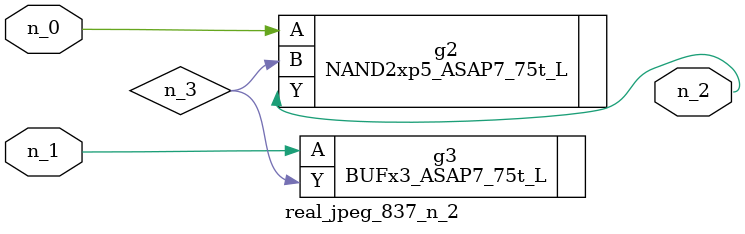
<source format=v>
module real_jpeg_837_n_2 (n_1, n_0, n_2);

input n_1;
input n_0;

output n_2;

wire n_3;

NAND2xp5_ASAP7_75t_L g2 ( 
.A(n_0),
.B(n_3),
.Y(n_2)
);

BUFx3_ASAP7_75t_L g3 ( 
.A(n_1),
.Y(n_3)
);


endmodule
</source>
